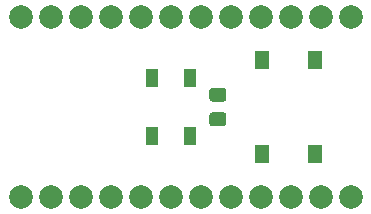
<source format=gbr>
%TF.GenerationSoftware,KiCad,Pcbnew,(5.1.9)-1*%
%TF.CreationDate,2021-01-29T17:06:41+01:00*%
%TF.ProjectId,ProMini_MouseJiggler,50726f4d-696e-4695-9f4d-6f7573654a69,rev?*%
%TF.SameCoordinates,Original*%
%TF.FileFunction,Soldermask,Top*%
%TF.FilePolarity,Negative*%
%FSLAX46Y46*%
G04 Gerber Fmt 4.6, Leading zero omitted, Abs format (unit mm)*
G04 Created by KiCad (PCBNEW (5.1.9)-1) date 2021-01-29 17:06:41*
%MOMM*%
%LPD*%
G01*
G04 APERTURE LIST*
%ADD10R,1.300000X1.550000*%
%ADD11C,2.000000*%
%ADD12R,1.000000X1.500000*%
G04 APERTURE END LIST*
D10*
%TO.C,SW1*%
X145250000Y-91525000D03*
X140750000Y-91525000D03*
X140750000Y-99475000D03*
X145250000Y-99475000D03*
%TD*%
D11*
%TO.C,U1*%
X120300000Y-87880000D03*
X122840000Y-87880000D03*
X125380000Y-87880000D03*
X127920000Y-87880000D03*
X130460000Y-87880000D03*
X133000000Y-87880000D03*
X135540000Y-87880000D03*
X138080000Y-87880000D03*
X140620000Y-87880000D03*
X143160000Y-87880000D03*
X145700000Y-87880000D03*
X148240000Y-87880000D03*
X148240000Y-103120000D03*
X145700000Y-103120000D03*
X143160000Y-103120000D03*
X140620000Y-103120000D03*
X138080000Y-103120000D03*
X135540000Y-103120000D03*
X133000000Y-103120000D03*
X130460000Y-103120000D03*
X127920000Y-103120000D03*
X125380000Y-103120000D03*
X122840000Y-103120000D03*
X120300000Y-103120000D03*
%TD*%
%TO.C,C1*%
G36*
G01*
X136525000Y-95950000D02*
X137475000Y-95950000D01*
G75*
G02*
X137725000Y-96200000I0J-250000D01*
G01*
X137725000Y-96875000D01*
G75*
G02*
X137475000Y-97125000I-250000J0D01*
G01*
X136525000Y-97125000D01*
G75*
G02*
X136275000Y-96875000I0J250000D01*
G01*
X136275000Y-96200000D01*
G75*
G02*
X136525000Y-95950000I250000J0D01*
G01*
G37*
G36*
G01*
X136525000Y-93875000D02*
X137475000Y-93875000D01*
G75*
G02*
X137725000Y-94125000I0J-250000D01*
G01*
X137725000Y-94800000D01*
G75*
G02*
X137475000Y-95050000I-250000J0D01*
G01*
X136525000Y-95050000D01*
G75*
G02*
X136275000Y-94800000I0J250000D01*
G01*
X136275000Y-94125000D01*
G75*
G02*
X136525000Y-93875000I250000J0D01*
G01*
G37*
%TD*%
D12*
%TO.C,D1*%
X131400000Y-97950000D03*
X134600000Y-97950000D03*
X131400000Y-93050000D03*
X134600000Y-93050000D03*
%TD*%
M02*

</source>
